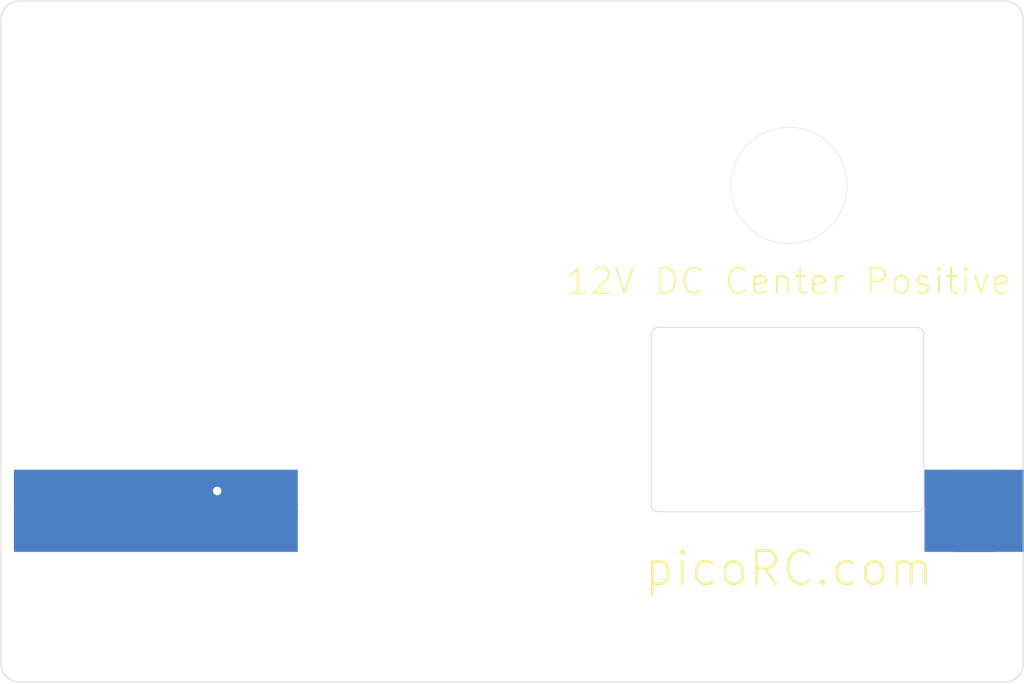
<source format=kicad_pcb>
(kicad_pcb (version 20221018) (generator pcbnew)
  (layers (0 "F.Cu" signal) (31 "B.Cu" signal) (34 "B.Paste" user) (35 "F.Paste" user) (36 "B.SilkS" user "B.Silkscreen") (37 "F.SilkS" user "F.Silkscreen") (38 "B.Mask" user) (39 "F.Mask" user) (44 "Edge.Cuts" user))
  (net 0 "")
  (net 1 "GND")
  (footprint "appleii_blanking_plate:EDGEPAD" (layer "B.Cu") (at 180.0491 118.3356 -90)
    (fp_text reference "U$4" hide)
    (fp_text value "EDGEPAD" hide)
    (pad "P$1" smd rect (at 0 0 270) (size 3 5) (layers "B.Cu" "B.Mask") (net 1 "GND"))
  )
  (footprint "appleii_blanking_plate:EDGEPAD" (layer "B.Cu") (at 180.0491 115.5416 -90)
    (fp_text reference "U$2" hide)
    (fp_text value "EDGEPAD" hide)
    (pad "P$1" smd rect (at 0 0 270) (size 3 5) (layers "B.Cu" "B.Mask") (net 1 "GND"))
  )
  (footprint "appleii_blanking_plate:EDGEPAD" (layer "B.Cu") (at 182.0651 118.3356 -90)
    (fp_text reference "U$3" hide)
    (fp_text value "EDGEPAD" hide)
    (pad "P$1" smd rect (at 0 0 270) (size 3 5) (layers "B.Cu" "B.Mask") (net 1 "GND"))
  )
  (footprint "appleii_blanking_plate:EDGEPAD_20MM" (layer "B.Cu") (at 123.4071 118.3356 -90)
    (fp_text reference "U$5" hide)
    (fp_text value "EDGEPADEDGEPAD_20MM" hide)
    (pad "P$1" smd rect (at 0 0 270) (size 3 20) (layers "B.Cu" "B.Mask") (net 1 "GND"))
  )
  (footprint "appleii_blanking_plate:EDGEPAD" (layer "B.Cu") (at 182.0651 115.5416 90)
    (fp_text reference "U$13" hide)
    (fp_text value "EDGEPAD" hide)
    (pad "P$1" smd rect (at 0 0 90) (size 3 5) (layers "B.Cu" "B.Mask") (net 1 "GND"))
  )
  (footprint "appleii_blanking_plate:EDGEPAD_20MM" (layer "B.Cu") (at 123.4071 115.5416 -90)
    (fp_text reference "U$1" hide)
    (fp_text value "EDGEPADEDGEPAD_20MM" hide)
    (pad "P$1" smd rect (at 0 0 270) (size 3 20) (layers "B.Cu" "B.Mask") (net 1 "GND"))
  )
  (gr_arc (start 184.5011 127.7336) (mid 184.129126 128.631626) (end 183.2311 129.0036) (stroke (width 0.05)) (layer "Edge.Cuts"))
  (gr_line (start 183.2311 81.0036) (end 113.7711 81.0036) (stroke (width 0.05)) (layer "Edge.Cuts"))
  (gr_arc (start 158.8091 117.0036) (mid 158.44989 116.85481) (end 158.3011 116.4956) (stroke (width 0.05)) (layer "Edge.Cuts"))
  (gr_line (start 184.5011 127.7336) (end 184.5011 82.2736) (stroke (width 0.05)) (layer "Edge.Cuts"))
  (gr_line (start 113.7711 129.0036) (end 183.2311 129.0036) (stroke (width 0.05)) (layer "Edge.Cuts"))
  (gr_line (start 112.5011 82.2736) (end 112.5011 127.7336) (stroke (width 0.05)) (layer "Edge.Cuts"))
  (gr_arc (start 112.5011 82.2736) (mid 112.873074 81.375574) (end 113.7711 81.0036) (stroke (width 0.05)) (layer "Edge.Cuts"))
  (gr_arc (start 177.5011 116.4956) (mid 177.35231 116.85481) (end 176.9931 117.0036) (stroke (width 0.05)) (layer "Edge.Cuts"))
  (gr_line (start 176.9931 104.0036) (end 158.8091 104.0036) (stroke (width 0.05)) (layer "Edge.Cuts"))
  (gr_arc (start 113.7711 129.0036) (mid 112.873074 128.631626) (end 112.5011 127.7336) (stroke (width 0.05)) (layer "Edge.Cuts"))
  (gr_line (start 177.5011 116.4956) (end 177.5011 104.5116) (stroke (width 0.05)) (layer "Edge.Cuts"))
  (gr_line (start 158.8091 117.0036) (end 176.9931 117.0036) (stroke (width 0.05)) (layer "Edge.Cuts"))
  (gr_arc (start 176.9931 104.0036) (mid 177.35231 104.15239) (end 177.5011 104.5116) (stroke (width 0.05)) (layer "Edge.Cuts"))
  (gr_line (start 158.3011 104.5116) (end 158.3011 116.4956) (stroke (width 0.05)) (layer "Edge.Cuts"))
  (gr_arc (start 183.2311 81.0036) (mid 184.129126 81.375574) (end 184.5011 82.2736) (stroke (width 0.05)) (layer "Edge.Cuts"))
  (gr_arc (start 158.3011 104.5116) (mid 158.44989 104.15239) (end 158.8091 104.0036) (stroke (width 0.05)) (layer "Edge.Cuts"))
  (gr_circle (center 168.0011 94.0036) (end 172.1011 94.0036) (stroke (width 0.0254)) (fill none) (layer "Edge.Cuts"))
  (gr_text "12V DC Center Positive" (at 168.0011 100.7566) (layer "F.SilkS") (effects (font (size 1.775968 1.775968) (thickness 0.154432))))
  (gr_text "picoRC.com" (at 168.0011 121.0036) (layer "F.SilkS") (effects (font (size 2.3368 2.3368) (thickness 0.2032))))
  (via (at 127.7251 115.5416) (size 0.9556) (drill 0.6) (layers "F.Cu" "B.Cu") (net 1))
)
</source>
